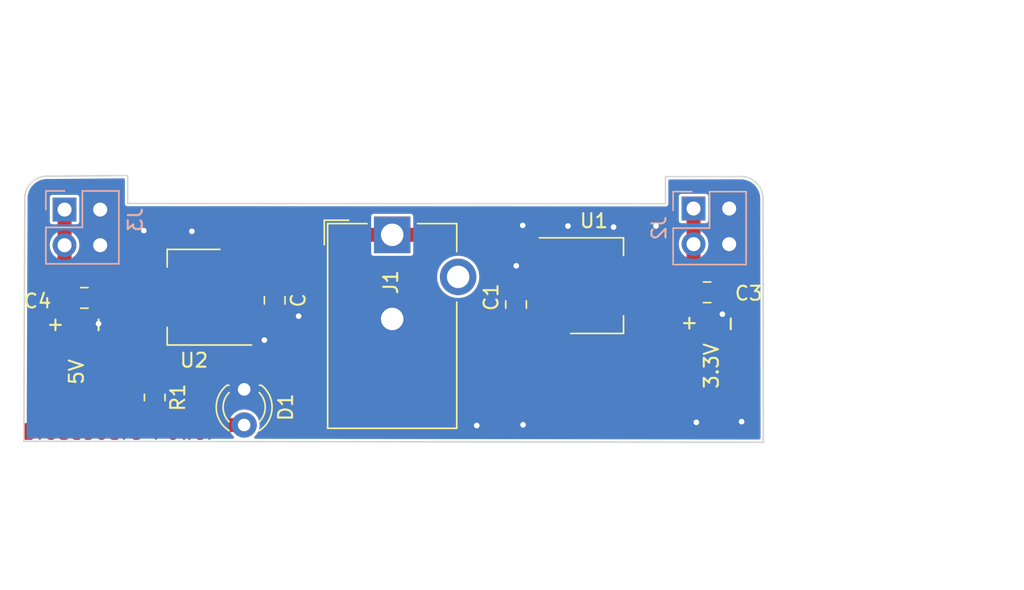
<source format=kicad_pcb>
(kicad_pcb (version 20220308) (generator pcbnew)
  (layers (0 "F.Cu" signal) (31 "B.Cu" signal) (34 "B.Paste" user) (35 "F.Paste" user) (36 "B.SilkS" user "B.Silkscreen") (37 "F.SilkS" user "F.Silkscreen") (38 "B.Mask" user) (39 "F.Mask" user) (44 "Edge.Cuts" user))
  (net 0 "")
  (net 1 "Net-(U1-VI)")
  (net 2 "GND")
  (net 3 "Net-(J2-Pin_1)")
  (net 4 "Net-(J3-Pin_1)")
  (net 5 "Net-(D1-A)")
  (footprint "Capacitor_SMD:C_0805_2012Metric_Pad1.18x1.45mm_HandSolder" (layer "F.Cu") (at 121.375 45.425 -90)
    (fp_text reference "C" (at 0 -1.68 90) (layer "F.SilkS"))
    (fp_text value "10uf")
    (fp_line (start -0.261252 -0.735) (end 0.261252 -0.735) (stroke (width 0.12)) (layer "F.SilkS"))
    (fp_line (start -0.261252 0.735) (end 0.261252 0.735) (stroke (width 0.12)) (layer "F.SilkS"))
    (pad "1" smd roundrect (at -1.0375 0 270) (size 1.175 1.45) (layers "F.Cu" "F.Paste" "F.Mask") (roundrect_rratio 0.212766) (net 1 "Net-(U1-VI)"))
    (pad "2" smd roundrect (at 1.0375 0 270) (size 1.175 1.45) (layers "F.Cu" "F.Paste" "F.Mask") (roundrect_rratio 0.212766) (net 2 "GND"))
  )
  (footprint "LED_THT:LED_D3.0mm" (layer "F.Cu") (at 119.2 51.775 -90)
    (fp_text reference "D1" (at 1.27 -2.96 90) (layer "F.SilkS"))
    (fp_text value "LED")
    (fp_line (start -0.29 -1.236) (end -0.29 -1.08) (stroke (width 0.12)) (layer "F.SilkS"))
    (fp_line (start -0.29 1.08) (end -0.29 1.236) (stroke (width 0.12)) (layer "F.SilkS"))
    (fp_arc (start -0.29 -1.235516) (mid 1.366487 -1.987659) (end 2.942335 -1.078608) (stroke (width 0.12)) (layer "F.SilkS"))
    (fp_arc (start 0.229039 -1.08) (mid 1.270117 -1.5) (end 2.31113 -1.079837) (stroke (width 0.12)) (layer "F.SilkS"))
    (fp_arc (start 2.31113 1.079837) (mid 1.270117 1.5) (end 0.229039 1.08) (stroke (width 0.12)) (layer "F.SilkS"))
    (fp_arc (start 2.942335 1.078608) (mid 1.366487 1.987659) (end -0.29 1.235516) (stroke (width 0.12)) (layer "F.SilkS"))
    (pad "1" thru_hole rect (at 0 0 270) (size 1.8 1.8) (drill 0.9) (layers *.Cu *.Mask) (net 2 "GND"))
    (pad "2" thru_hole circle (at 2.54 0 270) (size 1.8 1.8) (drill 0.9) (layers *.Cu *.Mask) (net 5 "Net-(D1-A)"))
  )
  (footprint "Package_TO_SOT_SMD:SOT-223-3_TabPin2" (layer "F.Cu") (at 115.625 45.2 180)
    (fp_text reference "U2" (at 0 -4.5) (layer "F.SilkS"))
    (fp_text value "AZ1117-5.0")
    (fp_line (start -4.1 -3.41) (end 1.91 -3.41) (stroke (width 0.12)) (layer "F.SilkS"))
    (fp_line (start -1.85 3.41) (end 1.91 3.41) (stroke (width 0.12)) (layer "F.SilkS"))
    (fp_line (start 1.91 -3.41) (end 1.91 -2.15) (stroke (width 0.12)) (layer "F.SilkS"))
    (fp_line (start 1.91 3.41) (end 1.91 2.15) (stroke (width 0.12)) (layer "F.SilkS"))
    (pad "1" smd rect (at -3.15 -2.3 180) (size 2 1.5) (layers "F.Cu" "F.Paste" "F.Mask") (net 2 "GND"))
    (pad "2" smd rect (at -3.15 0 180) (size 2 1.5) (layers "F.Cu" "F.Paste" "F.Mask") (net 4 "Net-(J3-Pin_1)"))
    (pad "2" smd rect (at 3.15 0 180) (size 2 3.8) (layers "F.Cu" "F.Paste" "F.Mask") (net 4 "Net-(J3-Pin_1)"))
    (pad "3" smd rect (at -3.15 2.3 180) (size 2 1.5) (layers "F.Cu" "F.Paste" "F.Mask") (net 1 "Net-(U1-VI)"))
  )
  (footprint "Capacitor_SMD:C_0805_2012Metric_Pad1.18x1.45mm_HandSolder" (layer "F.Cu") (at 152.1875 44.85)
    (fp_text reference "C3" (at 2.9625 0.075) (layer "F.SilkS"))
    (fp_text value "22uf")
    (fp_line (start -0.261252 -0.735) (end 0.261252 -0.735) (stroke (width 0.12)) (layer "F.SilkS"))
    (fp_line (start -0.261252 0.735) (end 0.261252 0.735) (stroke (width 0.12)) (layer "F.SilkS"))
    (pad "1" smd roundrect (at -1.0375 0) (size 1.175 1.45) (layers "F.Cu" "F.Paste" "F.Mask") (roundrect_rratio 0.212766) (net 3 "Net-(J2-Pin_1)"))
    (pad "2" smd roundrect (at 1.0375 0) (size 1.175 1.45) (layers "F.Cu" "F.Paste" "F.Mask") (roundrect_rratio 0.212766) (net 2 "GND"))
  )
  (footprint "Connector_BarrelJack:BarrelJack_CUI_PJ-102AH_Horizontal" (layer "F.Cu") (at 129.75 40.75)
    (fp_text reference "J1" (at -0.1 3.375 90) (layer "F.SilkS"))
    (fp_text value "PJ-102AH")
    (fp_line (start -4.84 -1.04) (end -3.1 -1.04) (stroke (width 0.12)) (layer "F.SilkS"))
    (fp_line (start -4.84 0.7) (end -4.84 -1.04) (stroke (width 0.12)) (layer "F.SilkS"))
    (fp_line (start -4.6 -0.8) (end -1.8 -0.8) (stroke (width 0.12)) (layer "F.SilkS"))
    (fp_line (start -4.6 13.8) (end -4.6 -0.8) (stroke (width 0.12)) (layer "F.SilkS"))
    (fp_line (start 1.8 -0.8) (end 4.6 -0.8) (stroke (width 0.12)) (layer "F.SilkS"))
    (fp_line (start 4.6 -0.8) (end 4.6 1.2) (stroke (width 0.12)) (layer "F.SilkS"))
    (fp_line (start 4.6 4.8) (end 4.6 13.8) (stroke (width 0.12)) (layer "F.SilkS"))
    (fp_line (start 4.6 13.8) (end -4.6 13.8) (stroke (width 0.12)) (layer "F.SilkS"))
    (pad "1" thru_hole rect (at 0 0) (size 2.6 2.6) (drill 1.6) (layers *.Cu *.Mask) (net 1 "Net-(U1-VI)"))
    (pad "2" thru_hole circle (at 0 6) (size 2.6 2.6) (drill 1.6) (layers *.Cu *.Mask) (net 2 "GND"))
    (pad "3" thru_hole circle (at 4.7 3) (size 2.6 2.6) (drill 1.6) (layers *.Cu *.Mask))
  )
  (footprint "Symbol:OSHW-Logo2_7.3x6mm_Copper" (layer "F.Cu") (at 144.275 52.2)
    (fp_text reference "REF**" hide)
    (fp_text value "OSHW-Logo2_7.3x6mm_Copper" hide)
    (fp_poly (pts (xy 2.6526 1.958752) (xy 2.669948 1.966334) (xy 2.711356 1.999128) (xy 2.746765 2.046547) (xy 2.768664 2.097151) (xy 2.772229 2.122098) (xy 2.760279 2.156927) (xy 2.734067 2.175357) (xy 2.705964 2.186516) (xy 2.693095 2.188572) (xy 2.686829 2.173649) (xy 2.674456 2.141175) (xy 2.669028 2.126502) (xy 2.63859 2.075744) (xy 2.59452 2.050427) (xy 2.53801 2.051206) (xy 2.533825 2.052203) (xy 2.503655 2.066507) (xy 2.481476 2.094393) (xy 2.466327 2.139287) (xy 2.45725 2.204615) (xy 2.453286 2.293804) (xy 2.452914 2.341261) (xy 2.45273 2.416071) (xy 2.451522 2.467069) (xy 2.448309 2.499471) (xy 2.442109 2.518495) (xy 2.43194 2.529356) (xy 2.416819 2.537272) (xy 2.415946 2.53767) (xy 2.386828 2.549981) (xy 2.372403 2.554514) (xy 2.370186 2.540809) (xy 2.368289 2.502925) (xy 2.366847 2.445715) (xy 2.365998 2.374027) (xy 2.365829 2.321565) (xy 2.366692 2.220047) (xy 2.37007 2.143032) (xy 2.377142 2.086023) (xy 2.389088 2.044526) (xy 2.40709 2.014043) (xy 2.432327 1.99008) (xy 2.457247 1.973355) (xy 2.517171 1.951097) (xy 2.586911 1.946076) (xy 2.6526 1.958752)) (stroke (width 0.01)) (fill solid) (layer "F.Cu"))
    (fp_poly (pts (xy -1.283907 1.92778) (xy -1.237328 1.954723) (xy -1.204943 1.981466) (xy -1.181258 2.009484) (xy -1.164941 2.043748) (xy -1.154661 2.089227) (xy -1.149086 2.150892) (xy -1.146884 2.233711) (xy -1.146629 2.293246) (xy -1.146629 2.512391) (xy -1.208314 2.540044) (xy -1.27 2.567697) (xy -1.277257 2.32767) (xy -1.280256 2.238028) (xy -1.283402 2.172962) (xy -1.287299 2.128026) (xy -1.292553 2.09877) (xy -1.299769 2.080748) (xy -1.30955 2.069511) (xy -1.312688 2.067079) (xy -1.360239 2.048083) (xy -1.408303 2.0556) (xy -1.436914 2.075543) (xy -1.448553 2.089675) (xy -1.456609 2.10822) (xy -1.461729 2.136334) (xy -1.464559 2.179173) (xy -1.465744 2.241895) (xy -1.465943 2.307261) (xy -1.465982 2.389268) (xy -1.467386 2.447316) (xy -1.472086 2.486465) (xy -1.482013 2.51178) (xy -1.499097 2.528323) (xy -1.525268 2.541156) (xy -1.560225 2.554491) (xy -1.598404 2.569007) (xy -1.593859 2.311389) (xy -1.592029 2.218519) (xy -1.589888 2.149889) (xy -1.586819 2.100711) (xy -1.582206 2.066198) (xy -1.575432 2.041562) (xy -1.565881 2.022016) (xy -1.554366 2.00477) (xy -1.49881 1.94968) (xy -1.43102 1.917822) (xy -1.357287 1.910191) (xy -1.283907 1.92778)) (stroke (width 0.01)) (fill solid) (layer "F.Cu"))
    (fp_poly (pts (xy 0.529926 1.949755) (xy 0.595858 1.974084) (xy 0.649273 2.017117) (xy 0.670164 2.047409) (xy 0.692939 2.102994) (xy 0.692466 2.143186) (xy 0.668562 2.170217) (xy 0.659717 2.174813) (xy 0.62153 2.189144) (xy 0.602028 2.185472) (xy 0.595422 2.161407) (xy 0.595086 2.148114) (xy 0.582992 2.09921) (xy 0.551471 2.064999) (xy 0.507659 2.048476) (xy 0.458695 2.052634) (xy 0.418894 2.074227) (xy 0.40545 2.086544) (xy 0.395921 2.101487) (xy 0.389485 2.124075) (xy 0.385317 2.159328) (xy 0.382597 2.212266) (xy 0.380502 2.287907) (xy 0.37996 2.311857) (xy 0.377981 2.39379) (xy 0.375731 2.451455) (xy 0.372357 2.489608) (xy 0.367006 2.513004) (xy 0.358824 2.526398) (xy 0.346959 2.534545) (xy 0.339362 2.538144) (xy 0.307102 2.550452) (xy 0.288111 2.554514) (xy 0.281836 2.540948) (xy 0.278006 2.499934) (xy 0.2766 2.430999) (xy 0.277598 2.333669) (xy 0.277908 2.318657) (xy 0.280101 2.229859) (xy 0.282693 2.165019) (xy 0.286382 2.119067) (xy 0.291864 2.086935) (xy 0.299835 2.063553) (xy 0.310993 2.043852) (xy 0.31683 2.03541) (xy 0.350296 1.998057) (xy 0.387727 1.969003) (xy 0.392309 1.966467) (xy 0.459426 1.946443) (xy 0.529926 1.949755)) (stroke (width 0.01)) (fill solid) (layer "F.Cu"))
    (fp_poly (pts (xy -0.624114 1.851289) (xy -0.619861 1.910613) (xy -0.614975 1.945572) (xy -0.608205 1.96082) (xy -0.598298 1.961015) (xy -0.595086 1.959195) (xy -0.552356 1.946015) (xy -0.496773 1.946785) (xy -0.440263 1.960333) (xy -0.404918 1.977861) (xy -0.368679 2.005861) (xy -0.342187 2.037549) (xy -0.324001 2.077813) (xy -0.312678 2.131543) (xy -0.306778 2.203626) (xy -0.304857 2.298951) (xy -0.304823 2.317237) (xy -0.3048 2.522646) (xy -0.350509 2.53858) (xy -0.382973 2.54942) (xy -0.400785 2.554468) (xy -0.401309 2.554514) (xy -0.403063 2.540828) (xy -0.404556 2.503076) (xy -0.405674 2.446224) (xy -0.406303 2.375234) (xy -0.4064 2.332073) (xy -0.406602 2.246973) (xy -0.407642 2.185981) (xy -0.410169 2.144177) (xy -0.414836 2.116642) (xy -0.422293 2.098456) (xy -0.433189 2.084698) (xy -0.439993 2.078073) (xy -0.486728 2.051375) (xy -0.537728 2.049375) (xy -0.583999 2.071955) (xy -0.592556 2.080107) (xy -0.605107 2.095436) (xy -0.613812 2.113618) (xy -0.619369 2.139909) (xy -0.622474 2.179562) (xy -0.623824 2.237832) (xy -0.624114 2.318173) (xy -0.624114 2.522646) (xy -0.669823 2.53858) (xy -0.702287 2.54942) (xy -0.720099 2.554468) (xy -0.720623 2.554514) (xy -0.721963 2.540623) (xy -0.723172 2.501439) (xy -0.724199 2.4407) (xy -0.724998 2.362141) (xy -0.725519 2.269498) (xy -0.725714 2.166509) (xy -0.725714 1.769342) (xy -0.678543 1.749444) (xy -0.631371 1.729547) (xy -0.624114 1.851289)) (stroke (width 0.01)) (fill solid) (layer "F.Cu"))
    (fp_poly (pts (xy 1.779833 1.958663) (xy 1.782048 1.99685) (xy 1.783784 2.054886) (xy 1.784899 2.12818) (xy 1.785257 2.205055) (xy 1.785257 2.465196) (xy 1.739326 2.511127) (xy 1.707675 2.539429) (xy 1.67989 2.550893) (xy 1.641915 2.550168) (xy 1.62684 2.548321) (xy 1.579726 2.542948) (xy 1.540756 2.539869) (xy 1.531257 2.539585) (xy 1.499233 2.541445) (xy 1.453432 2.546114) (xy 1.435674 2.548321) (xy 1.392057 2.551735) (xy 1.362745 2.54432) (xy 1.33368 2.521427) (xy 1.323188 2.511127) (xy 1.277257 2.465196) (xy 1.277257 1.978602) (xy 1.314226 1.961758) (xy 1.346059 1.949282) (xy 1.364683 1.944914) (xy 1.369458 1.958718) (xy 1.373921 1.997286) (xy 1.377775 2.056356) (xy 1.380722 2.131663) (xy 1.382143 2.195286) (xy 1.386114 2.445657) (xy 1.420759 2.450556) (xy 1.452268 2.447131) (xy 1.467708 2.436041) (xy 1.472023 2.415308) (xy 1.475708 2.371145) (xy 1.478469 2.309146) (xy 1.480012 2.234909) (xy 1.480235 2.196706) (xy 1.480457 1.976783) (xy 1.526166 1.960849) (xy 1.558518 1.950015) (xy 1.576115 1.944962) (xy 1.576623 1.944914) (xy 1.578388 1.958648) (xy 1.580329 1.99673) (xy 1.582282 2.054482) (xy 1.584084 2.127227) (xy 1.585343 2.195286) (xy 1.589314 2.445657) (xy 1.6764 2.445657) (xy 1.680396 2.21724) (xy 1.684392 1.988822) (xy 1.726847 1.966868) (xy 1.758192 1.951793) (xy 1.776744 1.944951) (xy 1.777279 1.944914) (xy 1.779833 1.958663)) (stroke (width 0.01)) (fill solid) (layer "F.Cu"))
    (fp_poly (pts (xy -2.958885 1.921962) (xy -2.890855 1.957733) (xy -2.840649 2.015301) (xy -2.822815 2.052312) (xy -2.808937 2.107882) (xy -2.801833 2.178096) (xy -2.80116 2.254727) (xy -2.806573 2.329552) (xy -2.81773 2.394342) (xy -2.834286 2.440873) (xy -2.839374 2.448887) (xy -2.899645 2.508707) (xy -2.971231 2.544535) (xy -3.048908 2.55502) (xy -3.127452 2.53881) (xy -3.149311 2.529092) (xy -3.191878 2.499143) (xy -3.229237 2.459433) (xy -3.232768 2.454397) (xy -3.247119 2.430124) (xy -3.256606 2.404178) (xy -3.26221 2.370022) (xy -3.264914 2.321119) (xy -3.265701 2.250935) (xy -3.265714 2.2352) (xy -3.265678 2.230192) (xy -3.120571 2.230192) (xy -3.119727 2.29643) (xy -3.116404 2.340386) (xy -3.109417 2.368779) (xy -3.097584 2.388325) (xy -3.091543 2.394857) (xy -3.056814 2.41968) (xy -3.023097 2.418548) (xy -2.989005 2.397016) (xy -2.968671 2.374029) (xy -2.956629 2.340478) (xy -2.949866 2.287569) (xy -2.949402 2.281399) (xy -2.948248 2.185513) (xy -2.960312 2.114299) (xy -2.98543 2.068194) (xy -3.02344 2.047635) (xy -3.037008 2.046514) (xy -3.072636 2.052152) (xy -3.097006 2.071686) (xy -3.111907 2.109042) (xy -3.119125 2.16815) (xy -3.120571 2.230192) (xy -3.265678 2.230192) (xy -3.265174 2.160413) (xy -3.262904 2.108159) (xy -3.257932 2.071949) (xy -3.249287 2.045299) (xy -3.235995 2.021722) (xy -3.233057 2.017338) (xy -3.183687 1.958249) (xy -3.129891 1.923947) (xy -3.064398 1.910331) (xy -3.042158 1.909665) (xy -2.958885 1.921962)) (stroke (width 0.01)) (fill solid) (layer "F.Cu"))
    (fp_poly (pts (xy 3.153595 1.966966) (xy 3.211021 2.004497) (xy 3.238719 2.038096) (xy 3.260662 2.099064) (xy 3.262405 2.147308) (xy 3.258457 2.211816) (xy 3.109686 2.276934) (xy 3.037349 2.310202) (xy 2.990084 2.336964) (xy 2.965507 2.360144) (xy 2.961237 2.382667) (xy 2.974889 2.407455) (xy 2.989943 2.423886) (xy 3.033746 2.450235) (xy 3.081389 2.452081) (xy 3.125145 2.431546) (xy 3.157289 2.390752) (xy 3.163038 2.376347) (xy 3.190576 2.331356) (xy 3.222258 2.312182) (xy 3.265714 2.295779) (xy 3.265714 2.357966) (xy 3.261872 2.400283) (xy 3.246823 2.435969) (xy 3.21528 2.476943) (xy 3.210592 2.482267) (xy 3.175506 2.51872) (xy 3.145347 2.538283) (xy 3.107615 2.547283) (xy 3.076335 2.55023) (xy 3.020385 2.550965) (xy 2.980555 2.54166) (xy 2.955708 2.527846) (xy 2.916656 2.497467) (xy 2.889625 2.464613) (xy 2.872517 2.423294) (xy 2.863238 2.367521) (xy 2.859693 2.291305) (xy 2.85941 2.252622) (xy 2.860372 2.206247) (xy 2.948007 2.206247) (xy 2.949023 2.231126) (xy 2.951556 2.2352) (xy 2.968274 2.229665) (xy 3.004249 2.215017) (xy 3.052331 2.19419) (xy 3.062386 2.189714) (xy 3.123152 2.158814) (xy 3.156632 2.131657) (xy 3.16399 2.10622) (xy 3.146391 2.080481) (xy 3.131856 2.069109) (xy 3.07941 2.046364) (xy 3.030322 2.050122) (xy 2.989227 2.077884) (xy 2.960758 2.127152) (xy 2.951631 2.166257) (xy 2.948007 2.206247) (xy 2.860372 2.206247) (xy 2.861285 2.162249) (xy 2.868196 2.095384) (xy 2.881884 2.046695) (xy 2.904096 2.010849) (xy 2.936574 1.982513) (xy 2.950733 1.973355) (xy 3.015053 1.949507) (xy 3.085473 1.948006) (xy 3.153595 1.966966)) (stroke (width 0.01)) (fill solid) (layer "F.Cu"))
    (fp_poly (pts (xy 1.190117 2.065358) (xy 1.189933 2.173837) (xy 1.189219 2.257287) (xy 1.187675 2.319704) (xy 1.185001 2.365085) (xy 1.180894 2.397429) (xy 1.175055 2.420733) (xy 1.167182 2.438995) (xy 1.161221 2.449418) (xy 1.111855 2.505945) (xy 1.049264 2.541377) (xy 0.980013 2.55409) (xy 0.910668 2.542463) (xy 0.869375 2.521568) (xy 0.826025 2.485422) (xy 0.796481 2.441276) (xy 0.778655 2.383462) (xy 0.770463 2.306313) (xy 0.769302 2.249714) (xy 0.769458 2.245647) (xy 0.870857 2.245647) (xy 0.871476 2.31055) (xy 0.874314 2.353514) (xy 0.88084 2.381622) (xy 0.892523 2.401953) (xy 0.906483 2.417288) (xy 0.953365 2.44689) (xy 1.003701 2.449419) (xy 1.051276 2.424705) (xy 1.054979 2.421356) (xy 1.070783 2.403935) (xy 1.080693 2.383209) (xy 1.086058 2.352362) (xy 1.088228 2.304577) (xy 1.088571 2.251748) (xy 1.087827 2.185381) (xy 1.084748 2.141106) (xy 1.078061 2.112009) (xy 1.066496 2.091173) (xy 1.057013 2.080107) (xy 1.01296 2.052198) (xy 0.962224 2.048843) (xy 0.913796 2.070159) (xy 0.90445 2.078073) (xy 0.88854 2.095647) (xy 0.87861 2.116587) (xy 0.873278 2.147782) (xy 0.871163 2.196122) (xy 0.870857 2.245647) (xy 0.769458 2.245647) (xy 0.77281 2.158568) (xy 0.784726 2.090086) (xy 0.807135 2.0386) (xy 0.842124 1.998443) (xy 0.869375 1.977861) (xy 0.918907 1.955625) (xy 0.976316 1.945304) (xy 1.029682 1.948067) (xy 1.059543 1.959212) (xy 1.071261 1.962383) (xy 1.079037 1.950557) (xy 1.084465 1.918866) (xy 1.088571 1.870593) (xy 1.093067 1.816829) (xy 1.099313 1.784482) (xy 1.110676 1.765985) (xy 1.130528 1.75377) (xy 1.143 1.748362) (xy 1.190171 1.728601) (xy 1.190117 2.065358)) (stroke (width 0.01)) (fill solid) (layer "F.Cu"))
    (fp_poly (pts (xy -1.831697 1.931239) (xy -1.774473 1.969735) (xy -1.730251 2.025335) (xy -1.703833 2.096086) (xy -1.69849 2.148162) (xy -1.699097 2.169893) (xy -1.704178 2.186531) (xy -1.718145 2.201437) (xy -1.745411 2.217973) (xy -1.790388 2.239498) (xy -1.857489 2.269374) (xy -1.857829 2.269524) (xy -1.919593 2.297813) (xy -1.970241 2.322933) (xy -2.004596 2.342179) (xy -2.017482 2.352848) (xy -2.017486 2.352934) (xy -2.006128 2.376166) (xy -1.979569 2.401774) (xy -1.949077 2.420221) (xy -1.93363 2.423886) (xy -1.891485 2.411212) (xy -1.855192 2.379471) (xy -1.837483 2.344572) (xy -1.820448 2.318845) (xy -1.787078 2.289546) (xy -1.747851 2.264235) (xy -1.713244 2.250471) (xy -1.706007 2.249714) (xy -1.697861 2.26216) (xy -1.69737 2.293972) (xy -1.703357 2.336866) (xy -1.714643 2.382558) (xy -1.73005 2.422761) (xy -1.730829 2.424322) (xy -1.777196 2.489062) (xy -1.837289 2.533097) (xy -1.905535 2.554711) (xy -1.976362 2.552185) (xy -2.044196 2.523804) (xy -2.047212 2.521808) (xy -2.100573 2.473448) (xy -2.13566 2.410352) (xy -2.155078 2.327387) (xy -2.157684 2.304078) (xy -2.162299 2.194055) (xy -2.156767 2.142748) (xy -2.017486 2.142748) (xy -2.015676 2.174753) (xy -2.005778 2.184093) (xy -1.981102 2.177105) (xy -1.942205 2.160587) (xy -1.898725 2.139881) (xy -1.897644 2.139333) (xy -1.860791 2.119949) (xy -1.846 2.107013) (xy -1.849647 2.093451) (xy -1.865005 2.075632) (xy -1.904077 2.049845) (xy -1.946154 2.04795) (xy -1.983897 2.066717) (xy -2.009966 2.102915) (xy -2.017486 2.142748) (xy -2.156767 2.142748) (xy -2.152806 2.106027) (xy -2.12845 2.036212) (xy -2.094544 1.987302) (xy -2.033347 1.937878) (xy -1.965937 1.913359) (xy -1.89712 1.911797) (xy -1.831697 1.931239)) (stroke (width 0.01)) (fill solid) (layer "F.Cu"))
    (fp_poly (pts (xy 0.039744 1.950968) (xy 0.096616 1.972087) (xy 0.097267 1.972493) (xy 0.13244 1.99838) (xy 0.158407 2.028633) (xy 0.17667 2.068058) (xy 0.188732 2.121462) (xy 0.196096 2.193651) (xy 0.200264 2.289432) (xy 0.200629 2.303078) (xy 0.205876 2.508842) (xy 0.161716 2.531678) (xy 0.129763 2.54711) (xy 0.11047 2.554423) (xy 0.109578 2.554514) (xy 0.106239 2.541022) (xy 0.103587 2.504626) (xy 0.101956 2.451452) (xy 0.1016 2.408393) (xy 0.101592 2.338641) (xy 0.098403 2.294837) (xy 0.087288 2.273944) (xy 0.063501 2.272925) (xy 0.022296 2.288741) (xy -0.039914 2.317815) (xy -0.085659 2.341963) (xy -0.109187 2.362913) (xy -0.116104 2.385747) (xy -0.116114 2.386877) (xy -0.104701 2.426212) (xy -0.070908 2.447462) (xy -0.019191 2.450539) (xy 0.018061 2.450006) (xy 0.037703 2.460735) (xy 0.049952 2.486505) (xy 0.057002 2.519337) (xy 0.046842 2.537966) (xy 0.043017 2.540632) (xy 0.007001 2.55134) (xy -0.043434 2.552856) (xy -0.095374 2.545759) (xy -0.132178 2.532788) (xy -0.183062 2.489585) (xy -0.211986 2.429446) (xy -0.217714 2.382462) (xy -0.213343 2.340082) (xy -0.197525 2.305488) (xy -0.166203 2.274763) (xy -0.115322 2.24399) (xy -0.040824 2.209252) (xy -0.036286 2.207288) (xy 0.030821 2.176287) (xy 0.072232 2.150862) (xy 0.089981 2.128014) (xy 0.086107 2.104745) (xy 0.062643 2.078056) (xy 0.055627 2.071914) (xy 0.00863 2.0481) (xy -0.040067 2.049103) (xy -0.082478 2.072451) (xy -0.110616 2.115675) (xy -0.113231 2.12416) (xy -0.138692 2.165308) (xy -0.170999 2.185128) (xy -0.217714 2.20477) (xy -0.217714 2.15395) (xy -0.203504 2.080082) (xy -0.161325 2.012327) (xy -0.139376 1.989661) (xy -0.089483 1.960569) (xy -0.026033 1.9474) (xy 0.039744 1.950968)) (stroke (width 0.01)) (fill solid) (layer "F.Cu"))
    (fp_poly (pts (xy -2.400256 1.919918) (xy -2.344799 1.947568) (xy -2.295852 1.99848) (xy -2.282371 2.017338) (xy -2.267686 2.042015) (xy -2.258158 2.068816) (xy -2.252707 2.104587) (xy -2.250253 2.156169) (xy -2.249714 2.224267) (xy -2.252148 2.317588) (xy -2.260606 2.387657) (xy -2.276826 2.439931) (xy -2.302546 2.479869) (xy -2.339503 2.512929) (xy -2.342218 2.514886) (xy -2.37864 2.534908) (xy -2.422498 2.544815) (xy -2.478276 2.547257) (xy -2.568952 2.547257) (xy -2.56899 2.635283) (xy -2.569834 2.684308) (xy -2.574976 2.713065) (xy -2.588413 2.730311) (xy -2.614142 2.744808) (xy -2.620321 2.747769) (xy -2.649236 2.761648) (xy -2.671624 2.770414) (xy -2.688271 2.771171) (xy -2.699964 2.761023) (xy -2.70749 2.737073) (xy -2.711634 2.696426) (xy -2.713185 2.636186) (xy -2.712929 2.553455) (xy -2.711651 2.445339) (xy -2.711252 2.413) (xy -2.709815 2.301524) (xy -2.708528 2.228603) (xy -2.569029 2.228603) (xy -2.568245 2.290499) (xy -2.56476 2.330997) (xy -2.556876 2.357708) (xy -2.542895 2.378244) (xy -2.533403 2.38826) (xy -2.494596 2.417567) (xy -2.460237 2.419952) (xy -2.424784 2.39575) (xy -2.423886 2.394857) (xy -2.409461 2.376153) (xy -2.400687 2.350732) (xy -2.396261 2.311584) (xy -2.394882 2.251697) (xy -2.394857 2.23843) (xy -2.398188 2.155901) (xy -2.409031 2.098691) (xy -2.42866 2.063766) (xy -2.45835 2.048094) (xy -2.475509 2.046514) (xy -2.516234 2.053926) (xy -2.544168 2.07833) (xy -2.560983 2.12298) (xy -2.56835 2.19113) (xy -2.569029 2.228603) (xy -2.708528 2.228603) (xy -2.708292 2.215245) (xy -2.706323 2.150333) (xy -2.70355 2.102958) (xy -2.699612 2.06929) (xy -2.694151 2.045498) (xy -2.686808 2.027753) (xy -2.677223 2.012224) (xy -2.673113 2.006381) (xy -2.618595 1.951185) (xy -2.549664 1.91989) (xy -2.469928 1.911165) (xy -2.400256 1.919918)) (stroke (width 0.01)) (fill solid) (layer "F.Cu"))
    (fp_poly (pts (xy 2.144876 1.956335) (xy 2.186667 1.975344) (xy 2.219469 1.998378) (xy 2.243503 2.024133) (xy 2.260097 2.057358) (xy 2.270577 2.1028) (xy 2.276271 2.165207) (xy 2.278507 2.249327) (xy 2.278743 2.304721) (xy 2.278743 2.520826) (xy 2.241774 2.53767) (xy 2.212656 2.549981) (xy 2.198231 2.554514) (xy 2.195472 2.541025) (xy 2.193282 2.504653) (xy 2.191942 2.451542) (xy 2.191657 2.409372) (xy 2.190434 2.348447) (xy 2.187136 2.300115) (xy 2.182321 2.270518) (xy 2.178496 2.264229) (xy 2.152783 2.270652) (xy 2.112418 2.287125) (xy 2.065679 2.309458) (xy 2.020845 2.333457) (xy 1.986193 2.35493) (xy 1.970002 2.369685) (xy 1.969938 2.369845) (xy 1.97133 2.397152) (xy 1.983818 2.423219) (xy 2.005743 2.444392) (xy 2.037743 2.451474) (xy 2.065092 2.450649) (xy 2.103826 2.450042) (xy 2.124158 2.459116) (xy 2.136369 2.483092) (xy 2.137909 2.487613) (xy 2.143203 2.521806) (xy 2.129047 2.542568) (xy 2.092148 2.552462) (xy 2.052289 2.554292) (xy 1.980562 2.540727) (xy 1.943432 2.521355) (xy 1.897576 2.475845) (xy 1.873256 2.419983) (xy 1.871073 2.360957) (xy 1.891629 2.305953) (xy 1.922549 2.271486) (xy 1.95342 2.252189) (xy 2.001942 2.227759) (xy 2.058485 2.202985) (xy 2.06791 2.199199) (xy 2.130019 2.171791) (xy 2.165822 2.147634) (xy 2.177337 2.123619) (xy 2.16658 2.096635) (xy 2.148114 2.075543) (xy 2.104469 2.049572) (xy 2.056446 2.047624) (xy 2.012406 2.067637) (xy 1.980709 2.107551) (xy 1.976549 2.117848) (xy 1.952327 2.155724) (xy 1.916965 2.183842) (xy 1.872343 2.206917) (xy 1.872343 2.141485) (xy 1.874969 2.101506) (xy 1.88623 2.069997) (xy 1.911199 2.036378) (xy 1.935169 2.010484) (xy 1.972441 1.973817) (xy 2.001401 1.954121) (xy 2.032505 1.94622) (xy 2.067713 1.944914) (xy 2.144876 1.956335)) (stroke (width 0.01)) (fill solid) (layer "F.Cu"))
    (fp_poly (pts (xy 0.10391 -2.757652) (xy 0.182454 -2.757222) (xy 0.239298 -2.756058) (xy 0.278105 -2.753793) (xy 0.302538 -2.75006) (xy 0.316262 -2.744494) (xy 0.32294 -2.736727) (xy 0.326236 -2.726395) (xy 0.326556 -2.725057) (xy 0.331562 -2.700921) (xy 0.340829 -2.653299) (xy 0.353392 -2.587259) (xy 0.368287 -2.507872) (xy 0.384551 -2.420204) (xy 0.385119 -2.417125) (xy 0.40141 -2.331211) (xy 0.416652 -2.255304) (xy 0.429861 -2.193955) (xy 0.440054 -2.151718) (xy 0.446248 -2.133145) (xy 0.446543 -2.132816) (xy 0.464788 -2.123747) (xy 0.502405 -2.108633) (xy 0.551271 -2.090738) (xy 0.551543 -2.090642) (xy 0.613093 -2.067507) (xy 0.685657 -2.038035) (xy 0.754057 -2.008403) (xy 0.757294 -2.006938) (xy 0.868702 -1.956374) (xy 1.115399 -2.12484) (xy 1.191077 -2.176197) (xy 1.259631 -2.222111) (xy 1.317088 -2.25997) (xy 1.359476 -2.287163) (xy 1.382825 -2.301079) (xy 1.385042 -2.302111) (xy 1.40201 -2.297516) (xy 1.433701 -2.275345) (xy 1.481352 -2.234553) (xy 1.546198 -2.174095) (xy 1.612397 -2.109773) (xy 1.676214 -2.046388) (xy 1.733329 -1.988549) (xy 1.780305 -1.939825) (xy 1.813703 -1.90379) (xy 1.830085 -1.884016) (xy 1.830694 -1.882998) (xy 1.832505 -1.869428) (xy 1.825683 -1.847267) (xy 1.80854 -1.813522) (xy 1.779393 -1.7652) (xy 1.736555 -1.699308) (xy 1.679448 -1.614483) (xy 1.628766 -1.539823) (xy 1.583461 -1.47286) (xy 1.54615 -1.417484) (xy 1.519452 -1.37758) (xy 1.505985 -1.357038) (xy 1.505137 -1.355644) (xy 1.506781 -1.335962) (xy 1.519245 -1.297707) (xy 1.540048 -1.248111) (xy 1.547462 -1.232272) (xy 1.579814 -1.16171) (xy 1.614328 -1.081647) (xy 1.642365 -1.012371) (xy 1.662568 -0.960955) (xy 1.678615 -0.921881) (xy 1.687888 -0.901459) (xy 1.689041 -0.899886) (xy 1.706096 -0.897279) (xy 1.746298 -0.890137) (xy 1.804302 -0.879477) (xy 1.874763 -0.866315) (xy 1.952335 -0.851667) (xy 2.031672 -0.836551) (xy 2.107431 -0.821982) (xy 2.174264 -0.808978) (xy 2.226828 -0.798555) (xy 2.259776 -0.79173) (xy 2.267857 -0.789801) (xy 2.276205 -0.785038) (xy 2.282506 -0.774282) (xy 2.287045 -0.753902) (xy 2.290104 -0.720266) (xy 2.291967 -0.669745) (xy 2.292918 -0.598708) (xy 2.29324 -0.503524) (xy 2.293257 -0.464508) (xy 2.293257 -0.147201) (xy 2.217057 -0.132161) (xy 2.174663 -0.124005) (xy 2.1114 -0.112101) (xy 2.034962 -0.097884) (xy 1.953043 -0.08279) (xy 1.9304 -0.078645) (xy 1.854806 -0.063947) (xy 1.788953 -0.049495) (xy 1.738366 -0.036625) (xy 1.708574 -0.026678) (xy 1.703612 -0.023713) (xy 1.691426 -0.002717) (xy 1.673953 0.037967) (xy 1.654577 0.090322) (xy 1.650734 0.1016) (xy 1.625339 0.171523) (xy 1.593817 0.250418) (xy 1.562969 0.321266) (xy 1.562817 0.321595) (xy 1.511447 0.432733) (xy 1.680399 0.681253) (xy 1.849352 0.929772) (xy 1.632429 1.147058) (xy 1.566819 1.211726) (xy 1.506979 1.268733) (xy 1.456267 1.315033) (xy 1.418046 1.347584) (xy 1.395675 1.363343) (xy 1.392466 1.364343) (xy 1.373626 1.356469) (xy 1.33518 1.334578) (xy 1.28133 1.301267) (xy 1.216276 1.259131) (xy 1.14594 1.211943) (xy 1.074555 1.16381) (xy 1.010908 1.121928) (xy 0.959041 1.088871) (xy 0.922995 1.067218) (xy 0.906867 1.059543) (xy 0.887189 1.066037) (xy 0.849875 1.08315) (xy 0.802621 1.107326) (xy 0.797612 1.110013) (xy 0.733977 1.141927) (xy 0.690341 1.157579) (xy 0.663202 1.157745) (xy 0.649057 1.143204) (xy 0.648975 1.143) (xy 0.641905 1.125779) (xy 0.625042 1.084899) (xy 0.599695 1.023525) (xy 0.567171 0.944819) (xy 0.528778 0.851947) (xy 0.485822 0.748072) (xy 0.444222 0.647502) (xy 0.398504 0.536516) (xy 0.356526 0.433703) (xy 0.319548 0.342215) (xy 0.288827 0.265201) (xy 0.265622 0.205815) (xy 0.25119 0.167209) (xy 0.246743 0.1528) (xy 0.257896 0.136272) (xy 0.287069 0.10993) (xy 0.325971 0.080887) (xy 0.436757 -0.010961) (xy 0.523351 -0.116241) (xy 0.584716 -0.232734) (xy 0.619815 -0.358224) (xy 0.627608 -0.490493) (xy 0.621943 -0.551543) (xy 0.591078 -0.678205) (xy 0.53792 -0.790059) (xy 0.465767 -0.885999) (xy 0.377917 -0.964924) (xy 0.277665 -1.02573) (xy 0.16831 -1.067313) (xy 0.053147 -1.088572) (xy -0.064525 -1.088401) (xy -0.18141 -1.065699) (xy -0.294211 -1.019362) (xy -0.399631 -0.948287) (xy -0.443632 -0.908089) (xy -0.528021 -0.804871) (xy -0.586778 -0.692075) (xy -0.620296 -0.57299) (xy -0.628965 -0.450905) (xy -0.613177 -0.329107) (xy -0.573322 -0.210884) (xy -0.509793 -0.099525) (xy -0.422979 0.001684) (xy -0.325971 0.080887) (xy -0.285563 0.111162) (xy -0.257018 0.137219) (xy -0.246743 0.152825) (xy -0.252123 0.169843) (xy -0.267425 0.2105) (xy -0.291388 0.271642) (xy -0.322756 0.350119) (xy -0.360268 0.44278) (xy -0.402667 0.546472) (xy -0.444337 0.647526) (xy -0.49031 0.758607) (xy -0.532893 0.861541) (xy -0.570779 0.953165) (xy -0.60266 1.030316) (xy -0.627229 1.089831) (xy -0.64318 1.128544) (xy -0.64909 1.143) (xy -0.663052 1.157685) (xy -0.69006 1.157642) (xy -0.733587 1.142099) (xy -0.79711 1.110284) (xy -0.797612 1.110013) (xy -0.84544 1.085323) (xy -0.884103 1.067338) (xy -0.905905 1.059614) (xy -0.906867 1.059543) (xy -0.923279 1.067378) (xy -0.959513 1.089165) (xy -1.011526 1.122328) (xy -1.075275 1.164291) (xy -1.14594 1.211943) (xy -1.217884 1.260191) (xy -1.282726 1.302151) (xy -1.336265 1.335227) (xy -1.374303 1.356821) (xy -1.392467 1.364343) (xy -1.409192 1.354457) (xy -1.44282 1.326826) (xy -1.48999 1.284495) (xy -1.547342 1.230505) (xy -1.611516 1.167899) (xy -1.632503 1.146983) (xy -1.849501 0.929623) (xy -1.684332 0.68722) (xy -1.634136 0.612781) (xy -1.590081 0.545972) (xy -1.554638 0.490665) (xy -1.530281 0.450729) (xy -1.519478 0.430036) (xy -1.519162 0.428563) (xy -1.524857 0.409058) (xy -1.540174 0.369822) (xy -1.562463 0.31743) (xy -1.578107 0.282355) (xy -1.607359 0.215201) (xy -1.634906 0.147358) (xy -1.656263 0.090034) (xy -1.662065 0.072572) (xy -1.678548 0.025938) (xy -1.69466 -0.010095) (xy -1.70351 -0.023713) (xy -1.72304 -0.032048) (xy -1.765666 -0.043863) (xy -1.825855 -0.057819) (xy -1.898078 -0.072578) (xy -1.9304 -0.078645) (xy -2.012478 -0.093727) (xy -2.091205 -0.108331) (xy -2.158891 -0.12102) (xy -2.20784 -0.130358) (xy -2.217057 -0.132161) (xy -2.293257 -0.147201) (xy -2.293257 -0.464508) (xy -2.293086 -0.568846) (xy -2.292384 -0.647787) (xy -2.290866 -0.704962) (xy -2.288251 -0.744001) (xy -2.284254 -0.768535) (xy -2.278591 -0.782195) (xy -2.27098 -0.788611) (xy -2.267857 -0.789801) (xy -2.249022 -0.79402) (xy -2.207412 -0.802438) (xy -2.14837 -0.814039) (xy -2.077243 -0.827805) (xy -1.999375 -0.84272) (xy -1.920113 -0.857768) (xy -1.844802 -0.871931) (xy -1.778787 -0.884194) (xy -1.727413 -0.893539) (xy -1.696025 -0.89895) (xy -1.689041 -0.899886) (xy -1.682715 -0.912404) (xy -1.66871 -0.945754) (xy -1.649645 -0.993623) (xy -1.642366 -1.012371) (xy -1.613004 -1.084805) (xy -1.578429 -1.16483) (xy -1.547463 -1.232272) (xy -1.524677 -1.283841) (xy -1.509518 -1.326215) (xy -1.504458 -1.352166) (xy -1.505264 -1.355644) (xy -1.515959 -1.372064) (xy -1.54038 -1.408583) (xy -1.575905 -1.461313) (xy -1.619913 -1.526365) (xy -1.669783 -1.599849) (xy -1.679644 -1.614355) (xy -1.737508 -1.700296) (xy -1.780044 -1.765739) (xy -1.808946 -1.813696) (xy -1.82591 -1.84718) (xy -1.832633 -1.869205) (xy -1.83081 -1.882783) (xy -1.830764 -1.882869) (xy -1.816414 -1.900703) (xy -1.784677 -1.935183) (xy -1.73899 -1.982732) (xy -1.682796 -2.039778) (xy -1.619532 -2.102745) (xy -1.612398 -2.109773) (xy -1.53267 -2.18698) (xy -1.471143 -2.24367) (xy -1.426579 -2.28089) (xy -1.397743 -2.299685) (xy -1.385042 -2.302111) (xy -1.366506 -2.291529) (xy -1.328039 -2.267084) (xy -1.273614 -2.231388) (xy -1.207202 -2.187053) (xy -1.132775 -2.136689) (xy -1.115399 -2.12484) (xy -0.868703 -1.956374) (xy -0.757294 -2.006938) (xy -0.689543 -2.036405) (xy -0.616817 -2.066041) (xy -0.554297 -2.08967) (xy -0.551543 -2.090642) (xy -0.50264 -2.108543) (xy -0.464943 -2.12368) (xy -0.446575 -2.13279) (xy -0.446544 -2.132816) (xy -0.440715 -2.149283) (xy -0.430808 -2.189781) (xy -0.417805 -2.249758) (xy -0.402691 -2.32466) (xy -0.386448 -2.409936) (xy -0.385119 -2.417125) (xy -0.368825 -2.504986) (xy -0.353867 -2.58474) (xy -0.341209 -2.651319) (xy -0.331814 -2.699653) (xy -0.326646 -2.724675) (xy -0.326556 -2.725057) (xy -0.323411 -2.735701) (xy -0.317296 -2.743738) (xy -0.304547 -2.749533) (xy -0.2815 -2.753453) (xy -0.244491 -2.755865) (xy -0.189856 -2.757135) (xy -0.113933 -2.757629) (xy -0.013056 -2.757714) (xy 0 -2.757714) (xy 0.10391 -2.757652)) (stroke (width 0.01)) (fill solid) (layer "F.Cu"))
  )
  (footprint "Package_TO_SOT_SMD:SOT-223-3_TabPin2" (layer "F.Cu") (at 144.325 44.375)
    (fp_text reference "U1" (at -0.2 -4.625) (layer "F.SilkS"))
    (fp_text value "AZ1117-3.3")
    (fp_line (start -4.1 -3.41) (end 1.91 -3.41) (stroke (width 0.12)) (layer "F.SilkS"))
    (fp_line (start -1.85 3.41) (end 1.91 3.41) (stroke (width 0.12)) (layer "F.SilkS"))
    (fp_line (start 1.91 -3.41) (end 1.91 -2.15) (stroke (width 0.12)) (layer "F.SilkS"))
    (fp_line (start 1.91 3.41) (end 1.91 2.15) (stroke (width 0.12)) (layer "F.SilkS"))
    (pad "1" smd rect (at -3.15 -2.3) (size 2 1.5) (layers "F.Cu" "F.Paste" "F.Mask") (net 2 "GND"))
    (pad "2" smd rect (at -3.15 0) (size 2 1.5) (layers "F.Cu" "F.Paste" "F.Mask") (net 3 "Net-(J2-Pin_1)"))
    (pad "2" smd rect (at 3.15 0) (size 2 3.8) (layers "F.Cu" "F.Paste" "F.Mask") (net 3 "Net-(J2-Pin_1)"))
    (pad "3" smd rect (at -3.15 2.3) (size 2 1.5) (layers "F.Cu" "F.Paste" "F.Mask") (net 1 "Net-(U1-VI)"))
  )
  (footprint "Capacitor_SMD:C_0805_2012Metric_Pad1.18x1.45mm_HandSolder" (layer "F.Cu") (at 107.8125 45.25)
    (fp_text reference "C4" (at -3.3375 0.225) (layer "F.SilkS"))
    (fp_text value "22uf")
    (fp_line (start -0.261252 -0.735) (end 0.261252 -0.735) (stroke (width 0.12)) (layer "F.SilkS"))
    (fp_line (start -0.261252 0.735) (end 0.261252 0.735) (stroke (width 0.12)) (layer "F.SilkS"))
    (pad "1" smd roundrect (at -1.0375 0) (size 1.175 1.45) (layers "F.Cu" "F.Paste" "F.Mask") (roundrect_rratio 0.212766) (net 4 "Net-(J3-Pin_1)"))
    (pad "2" smd roundrect (at 1.0375 0) (size 1.175 1.45) (layers "F.Cu" "F.Paste" "F.Mask") (roundrect_rratio 0.212766) (net 2 "GND"))
  )
  (footprint "Resistor_SMD:R_0805_2012Metric_Pad1.20x1.40mm_HandSolder" (layer "F.Cu") (at 112.825 52.35 -90)
    (fp_text reference "R1" (at 0 -1.65 90) (layer "F.SilkS"))
    (fp_text value "1k")
    (fp_line (start -0.227064 -0.735) (end 0.227064 -0.735) (stroke (width 0.12)) (layer "F.SilkS"))
    (fp_line (start -0.227064 0.735) (end 0.227064 0.735) (stroke (width 0.12)) (layer "F.SilkS"))
    (pad "1" smd roundrect (at -1 0 270) (size 1.2 1.4) (layers "F.Cu" "F.Paste" "F.Mask") (roundrect_rratio 0.208333) (net 5 "Net-(D1-A)"))
    (pad "2" smd roundrect (at 1 0 270) (size 1.2 1.4) (layers "F.Cu" "F.Paste" "F.Mask") (roundrect_rratio 0.208333) (net 4 "Net-(J3-Pin_1)"))
  )
  (footprint "Capacitor_SMD:C_0805_2012Metric_Pad1.18x1.45mm_HandSolder" (layer "F.Cu") (at 138.575 45.72 90)
    (fp_text reference "C1" (at 0.525 -1.775 90) (layer "F.SilkS"))
    (fp_text value "10uf")
    (fp_line (start -0.261252 -0.735) (end 0.261252 -0.735) (stroke (width 0.12)) (layer "F.SilkS"))
    (fp_line (start -0.261252 0.735) (end 0.261252 0.735) (stroke (width 0.12)) (layer "F.SilkS"))
    (pad "1" smd roundrect (at -1.0375 0 90) (size 1.175 1.45) (layers "F.Cu" "F.Paste" "F.Mask") (roundrect_rratio 0.212766) (net 1 "Net-(U1-VI)"))
    (pad "2" smd roundrect (at 1.0375 0 90) (size 1.175 1.45) (layers "F.Cu" "F.Paste" "F.Mask") (roundrect_rratio 0.212766) (net 2 "GND"))
  )
  (footprint "Connector_PinHeader_2.54mm:PinHeader_2x02_P2.54mm_Vertical" (layer "B.Cu") (at 106.4 38.95 -90)
    (fp_text reference "J3" (at 0.725 -5.05 -270) (layer "B.SilkS") (effects (justify mirror)))
    (fp_text value "Conn_02x02_Odd_Even" hide)
    (fp_line (start -1.33 -3.87) (end 3.87 -3.87) (stroke (width 0.12)) (layer "B.SilkS"))
    (fp_line (start -1.33 -1.27) (end -1.33 -3.87) (stroke (width 0.12)) (layer "B.SilkS"))
    (fp_line (start -1.33 -1.27) (end 1.27 -1.27) (stroke (width 0.12)) (layer "B.SilkS"))
    (fp_line (start -1.33 0) (end -1.33 1.33) (stroke (width 0.12)) (layer "B.SilkS"))
    (fp_line (start -1.33 1.33) (end 0 1.33) (stroke (width 0.12)) (layer "B.SilkS"))
    (fp_line (start 1.27 -1.27) (end 1.27 1.33) (stroke (width 0.12)) (layer "B.SilkS"))
    (fp_line (start 1.27 1.33) (end 3.87 1.33) (stroke (width 0.12)) (layer "B.SilkS"))
    (fp_line (start 3.87 1.33) (end 3.87 -3.87) (stroke (width 0.12)) (layer "B.SilkS"))
    (pad "1" thru_hole rect (at 0 0 270) (size 1.7 1.7) (drill 1) (layers *.Cu *.Mask) (net 4 "Net-(J3-Pin_1)"))
    (pad "2" thru_hole oval (at 2.54 0 270) (size 1.7 1.7) (drill 1) (layers *.Cu *.Mask) (net 4 "Net-(J3-Pin_1)"))
    (pad "3" thru_hole oval (at 0 -2.54 270) (size 1.7 1.7) (drill 1) (layers *.Cu *.Mask) (net 2 "GND"))
    (pad "4" thru_hole oval (at 2.54 -2.54 270) (size 1.7 1.7) (drill 1) (layers *.Cu *.Mask) (net 2 "GND"))
  )
  (footprint "Connector_PinHeader_2.54mm:PinHeader_2x02_P2.54mm_Vertical" (layer "B.Cu") (at 151.1 39 -90)
    (fp_text reference "J2" (at 1.27 2.33 -270) (layer "B.SilkS") (effects (justify mirror)))
    (fp_text value "Conn_02x02_Odd_Even" hide)
    (fp_line (start -1.33 -3.87) (end 3.87 -3.87) (stroke (width 0.12)) (layer "B.SilkS"))
    (fp_line (start -1.33 -1.27) (end -1.33 -3.87) (stroke (width 0.12)) (layer "B.SilkS"))
    (fp_line (start -1.33 -1.27) (end 1.27 -1.27) (stroke (width 0.12)) (layer "B.SilkS"))
    (fp_line (start -1.33 0) (end -1.33 1.33) (stroke (width 0.12)) (layer "B.SilkS"))
    (fp_line (start -1.33 1.33) (end 0 1.33) (stroke (width 0.12)) (layer "B.SilkS"))
    (fp_line (start 1.27 -1.27) (end 1.27 1.33) (stroke (width 0.12)) (layer "B.SilkS"))
    (fp_line (start 1.27 1.33) (end 3.87 1.33) (stroke (width 0.12)) (layer "B.SilkS"))
    (fp_line (start 3.87 1.33) (end 3.87 -3.87) (stroke (width 0.12)) (layer "B.SilkS"))
    (pad "1" thru_hole rect (at -0.125 -0.125 270) (size 1.7 1.7) (drill 1) (layers *.Cu *.Mask) (net 3 "Net-(J2-Pin_1)"))
    (pad "2" thru_hole oval (at 2.415 -0.125 270) (size 1.7 1.7) (drill 1) (layers *.Cu *.Mask) (net 3 "Net-(J2-Pin_1)"))
    (pad "3" thru_hole oval (at -0.125 -2.665 270) (size 1.7 1.7) (drill 1) (layers *.Cu *.Mask) (net 2 "GND"))
    (pad "4" thru_hole oval (at 2.415 -2.665 270) (size 1.7 1.7) (drill 1) (layers *.Cu *.Mask) (net 2 "GND"))
  )
  (gr_line (start 103.5 55.475) (end 156.2 55.55) (stroke (width 0.1)) (layer "Edge.Cuts"))
  (gr_arc (start 103.562871 38.298309) (mid 104.019997 37.040003) (end 105.27287 36.568193) (stroke (width 0.1)) (layer "Edge.Cuts"))
  (gr_line (start 149.225 38.525) (end 110.9 38.51) (stroke (width 0.1)) (layer "Edge.Cuts"))
  (gr_line (start 110.9 36.52) (end 105.27287 36.568193) (stroke (width 0.1)) (layer "Edge.Cuts"))
  (gr_line (start 156.2 55.55) (end 156.18 38.29) (stroke (width 0.1)) (layer "Edge.Cuts"))
  (gr_line (start 149.225 36.6) (end 149.225 38.525) (stroke (width 0.1)) (layer "Edge.Cuts"))
  (gr_line (start 154.47 36.592853) (end 149.225 36.6) (stroke (width 0.1)) (layer "Edge.Cuts"))
  (gr_line (start 103.562871 38.298309) (end 103.5 55.475) (stroke (width 0.1)) (layer "Edge.Cuts"))
  (gr_arc (start 154.47 36.592853) (mid 155.711147 37.052571) (end 156.18 38.29) (stroke (width 0.1)) (layer "Edge.Cuts"))
  (gr_line (start 110.9 38.51) (end 110.9 36.52) (stroke (width 0.1)) (layer "Edge.Cuts"))
  (gr_text "Breadboard Power" (at 110.25 54.825) (layer "F.Cu") (effects (font (size 1 1) (thickness 0.1875))))
  (gr_text "-\n" (at 108.75 47.175 90) (layer "F.SilkS") (effects (font (size 1 1))))
  (gr_text "+" (at 150.925 46.975) (layer "F.SilkS") (effects (font (size 1 1))))
  (gr_text "3.3V" (at 152.5 50.1 90) (layer "F.SilkS") (effects (font (size 1 1))))
  (gr_text "-" (at 153.8 47.1 90) (layer "F.SilkS") (effects (font (size 1 1))))
  (gr_text "5V" (at 107.25 50.525 90) (layer "F.SilkS") (effects (font (size 1 1))))
  (gr_text "+" (at 105.75 47.1) (layer "F.SilkS") (effects (font (size 1 1))))
  (segment (start 121.375 40.775) (end 121.35 40.75) (width 1) (layer "F.Cu") (net 1))
  (segment (start 118.775 40.675) (end 118.775 42.9) (width 1) (layer "F.Cu") (net 1))
  (segment (start 121.375 44.3875) (end 121.375 40.775) (width 1) (layer "F.Cu") (net 1))
  (segment (start 136.6 40.75) (end 129.75 40.75) (width 1) (layer "F.Cu") (net 1))
  (segment (start 136.825 40.975) (end 136.6 40.75) (width 1) (layer "F.Cu") (net 1))
  (segment (start 119 40.75) (end 118.85 40.6) (width 1) (layer "F.Cu") (net 1))
  (segment (start 120.625 40.75) (end 119 40.75) (width 1) (layer "F.Cu") (net 1))
  (segment (start 129.75 40.75) (end 120.625 40.75) (width 1) (layer "F.Cu") (net 1))
  (segment (start 121.35 40.75) (end 120.625 40.75) (width 1) (layer "F.Cu") (net 1))
  (segment (start 138.6575 46.675) (end 138.575 46.7575) (width 1) (layer "F.Cu") (net 1))
  (segment (start 138.575 46.7575) (end 138.494676 46.7575) (width 1) (layer "F.Cu") (net 1))
  (segment (start 138.494676 46.7575) (end 136.825 45.087824) (width 1) (layer "F.Cu") (net 1))
  (segment (start 136.825 45.087824) (end 136.825 40.975) (width 1) (layer "F.Cu") (net 1))
  (segment (start 118.85 40.6) (end 118.775 40.675) (width 1) (layer "F.Cu") (net 1))
  (segment (start 141.175 46.675) (end 138.6575 46.675) (width 1) (layer "F.Cu") (net 1))
  (segment (start 153.765 38.875) (end 153.765 44.31) (width 1) (layer "F.Cu") (net 2))
  (segment (start 153.765 44.31) (end 153.225 44.85) (width 1) (layer "F.Cu") (net 2))
  (segment (start 153.765 38.875) (end 153.85 38.96) (width 1) (layer "F.Cu") (net 2))
  (segment (start 118.775 51.35) (end 119.2 51.775) (width 1) (layer "F.Cu") (net 2))
  (segment (start 153.85 39.275) (end 153.85 38.96) (width 0.25) (layer "F.Cu") (net 2))
  (segment (start 118.775 47.5) (end 118.775 51.35) (width 1) (layer "F.Cu") (net 2))
  (via (at 120.64 48.26) (size 1.2) (drill 0.4) (layers "F.Cu" "B.Cu") (net 2))
  (via (at 139.075 54.3) (size 1.2) (drill 0.4) (layers "F.Cu" "B.Cu") (net 2))
  (via (at 112.05 40.45) (size 1.2) (drill 0.4) (layers "F.Cu" "B.Cu") (net 2))
  (via (at 142.275 40.125) (size 1.2) (drill 0.4) (layers "F.Cu" "B.Cu") (net 2))
  (via (at 153.28 46.41) (size 1.2) (drill 0.4) (layers "F.Cu" "B.Cu") (net 2))
  (via (at 148.55 40.125) (size 1.2) (drill 0.4) (layers "F.Cu" "B.Cu") (net 2))
  (via (at 123.08 46.55) (size 1.2) (drill 0.4) (layers "F.Cu" "B.Cu") (net 2))
  (via (at 135.775 54.35) (size 1.2) (drill 0.4) (layers "F.Cu" "B.Cu") (net 2))
  (via (at 115.475 40.5) (size 1.2) (drill 0.4) (layers "F.Cu" "B.Cu") (net 2))
  (via (at 108.82 47.09) (size 1.2) (drill 0.4) (layers "F.Cu" "B.Cu") (net 2))
  (via (at 145.525 40.2) (size 1.2) (drill 0.4) (layers "F.Cu" "B.Cu") (net 2))
  (via (at 139.05 40.075) (size 1.2) (drill 0.4) (layers "F.Cu" "B.Cu") (net 2))
  (via (at 138.59 42.96) (size 1.2) (drill 0.4) (layers "F.Cu" "B.Cu") (net 2))
  (via (at 151.425 54.125) (size 1.2) (drill 0.4) (layers "F.Cu" "B.Cu") (net 2))
  (via (at 154.65 54.075) (size 1.2) (drill 0.4) (layers "F.Cu" "B.Cu") (net 2))
  (segment (start 151.15 44.85) (end 147.95 44.85) (width 1) (layer "F.Cu") (net 3))
  (segment (start 151.225 41.415) (end 151.225 44.775) (width 1) (layer "F.Cu") (net 3))
  (segment (start 147.95 44.85) (end 147.475 44.375) (width 1) (layer "F.Cu") (net 3))
  (segment (start 147.475 44.375) (end 141.175 44.375) (width 1) (layer "F.Cu") (net 3))
  (segment (start 151.225 44.775) (end 151.15 44.85) (width 1) (layer "F.Cu") (net 3))
  (segment (start 151.225 38.875) (end 151.225 41.415) (width 1) (layer "F.Cu") (net 3))
  (segment (start 108.062998 43.82548) (end 106.775 45.113478) (width 1) (layer "F.Cu") (net 4))
  (segment (start 111.42548 52.093304) (end 112.682176 53.35) (width 1) (layer "F.Cu") (net 4))
  (segment (start 112.682176 53.35) (end 112.825 53.35) (width 1) (layer "F.Cu") (net 4))
  (segment (start 110.955324 45.2) (end 109.580804 43.82548) (width 1) (layer "F.Cu") (net 4))
  (segment (start 111.42548 46.24952) (end 111.42548 52.093304) (width 1) (layer "F.Cu") (net 4))
  (segment (start 106.4 38.95) (end 106.4 41.49) (width 1) (layer "F.Cu") (net 4))
  (segment (start 118.775 45.2) (end 110.955324 45.2) (width 1) (layer "F.Cu") (net 4))
  (segment (start 106.4 41.49) (end 106.4 44.875) (width 1) (layer "F.Cu") (net 4))
  (segment (start 106.775 45.113478) (end 106.775 45.25) (width 1) (layer "F.Cu") (net 4))
  (segment (start 112.475 45.2) (end 111.42548 46.24952) (width 1) (layer "F.Cu") (net 4))
  (segment (start 106.4 44.875) (end 106.775 45.25) (width 1) (layer "F.Cu") (net 4))
  (segment (start 109.580804 43.82548) (end 108.062998 43.82548) (width 1) (layer "F.Cu") (net 4))
  (segment (start 106.4 38.95) (end 106.325 38.95) (width 1) (layer "F.Cu") (net 4))
  (segment (start 116.025 51.35) (end 116.1 51.425) (width 1) (layer "F.Cu") (net 5))
  (segment (start 116.1 52.487792) (end 117.927208 54.315) (width 1) (layer "F.Cu") (net 5))
  (segment (start 117.927208 54.315) (end 119.2 54.315) (width 1) (layer "F.Cu") (net 5))
  (segment (start 112.825 51.35) (end 116.025 51.35) (width 1) (layer "F.Cu") (net 5))
  (segment (start 116.1 51.425) (end 116.1 52.487792) (width 1) (layer "F.Cu") (net 5))
  (zone (net 2) (net_name "GND") (layer "F.Cu") (connect_pads yes (clearance 0.3)) (min_thickness 0.3) (fill yes (thermal_gap 0.3) (thermal_bridge_width 0.75) (island_removal_mode 2) (island_area_min 10))
    (polygon (pts (xy 157.675 56.925) (xy 103 56.65) (xy 102.875 36.125) (xy 157.725 36.125)))
  )
  (zone (net 2) (net_name "GND") (layer "B.Cu") (connect_pads yes (clearance 0.2)) (min_thickness 0.2) (fill yes (thermal_gap 0.2) (thermal_bridge_width 0.75) (island_removal_mode 2) (island_area_min 10))
    (polygon (pts (xy 158.475 58.075) (xy 101.8 57.675) (xy 102.425 35.575) (xy 158.475 35.575)))
  )
)
</source>
